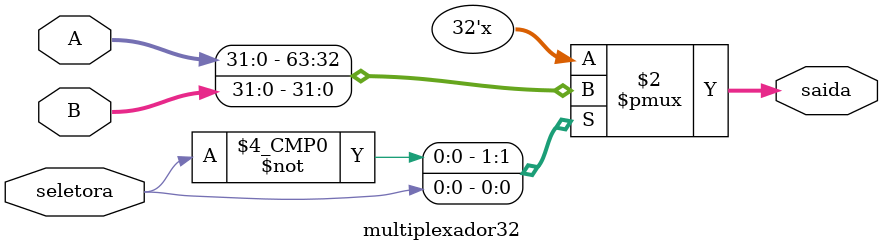
<source format=v>
module multiplexador32(A, B, seletora, saida);

input [31:0] A, B;
input seletora;
output reg [31:0]saida;

always@(*) begin
case(seletora)		//analisa a seletora
1'b0: saida = A;	//se for 00 saída é A
1'b1: saida = B;	//se for 01 saida é B
endcase
end
endmodule

</source>
